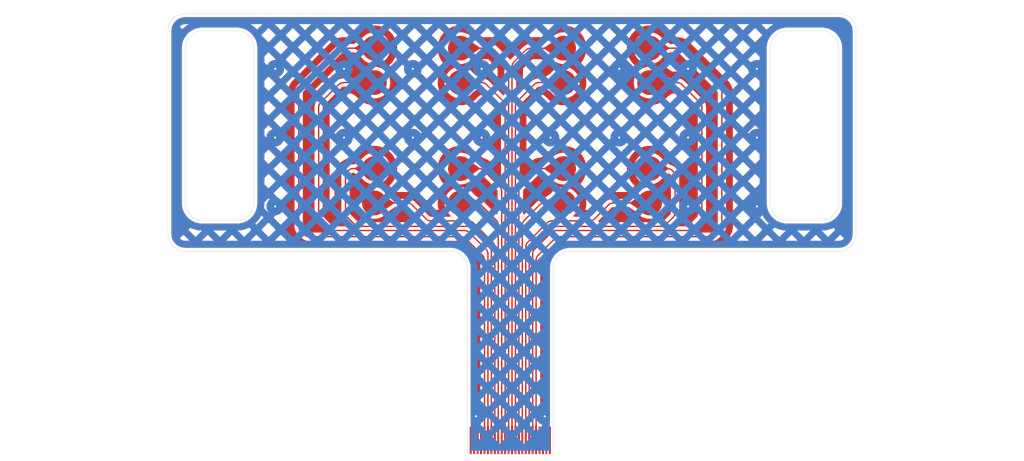
<source format=kicad_pcb>
(kicad_pcb (version 20240108) (generator "pcbnew") (generator_version "8.0")
  (layers (0 "F.Cu" signal) (31 "B.Cu" signal) (34 "B.Paste" user) (35 "F.Paste" user) (36 "B.SilkS" user "B.Silkscreen") (37 "F.SilkS" user "F.Silkscreen") (38 "B.Mask" user) (39 "F.Mask" user) (44 "Edge.Cuts" user))
  (net 0 "")
  (net 1 "/ELEC10")
  (net 2 "/ELEC1")
  (net 3 "/ELEC2")
  (net 4 "/ELEC12")
  (net 5 "/ELEC11")
  (net 6 "GND")
  (net 7 "/ELEC9")
  (net 8 "/ELEC3")
  (net 9 "/ELEC4")
  (net 10 "/ELEC5")
  (net 11 "/ELEC6")
  (net 12 "/ELEC14")
  (net 13 "/ELEC13")
  (net 14 "/ELEC8")
  (net 15 "/ELEC7")
  (net 16 "/ELEC15")
  (net 17 "/ELEC16")
  (footprint "Harwin_SMD_Contact:S70-332002045R" (layer "F.Cu") (at 127.5 87.5)
    (property "Reference" "TP10" (hide yes))
    (property "Value" "TestPoint")
    (pad "1" smd circle (at 0 0) (size 3.6 3.6) (layers "F.Cu" "F.Paste" "F.Mask") (net 1 "/ELEC10"))
  )
  (footprint "Harwin_SMD_Contact:S70-332002045R" (layer "F.Cu") (at 140 70 -90)
    (property "Reference" "TP4" (hide yes))
    (property "Value" "TestPoint")
    (pad "1" smd circle (at 0 0 270) (size 3.6 3.6) (layers "F.Cu" "F.Paste" "F.Mask") (net 9 "/ELEC4"))
  )
  (footprint "Harwin_SMD_Contact:S70-332002045R" (layer "F.Cu") (at 155 70 -90)
    (property "Reference" "TP6" (hide yes))
    (property "Value" "TestPoint")
    (pad "1" smd circle (at 0 0 270) (size 3.6 3.6) (layers "F.Cu" "F.Paste" "F.Mask") (net 11 "/ELEC6"))
  )
  (footprint "Harwin_SMD_Contact:S70-332002045R" (layer "F.Cu") (at 140 65 -90)
    (property "Reference" "TP3" (hide yes))
    (property "Value" "TestPoint")
    (pad "1" smd circle (at 0 0 270) (size 3.6 3.6) (layers "F.Cu" "F.Paste" "F.Mask") (net 8 "/ELEC3"))
  )
  (footprint "Harwin_SMD_Contact:S70-332002045R" (layer "F.Cu") (at 167.5 70)
    (property "Reference" "TP8" (hide yes))
    (property "Value" "TestPoint")
    (pad "1" smd circle (at 0 0) (size 3.6 3.6) (layers "F.Cu" "F.Paste" "F.Mask") (net 14 "/ELEC8"))
  )
  (footprint "Harwin_SMD_Contact:S70-332002045R" (layer "F.Cu") (at 140 82.5)
    (property "Reference" "TP11" (hide yes))
    (property "Value" "TestPoint")
    (pad "1" smd circle (at 0 0) (size 3.6 3.6) (layers "F.Cu" "F.Paste" "F.Mask") (net 5 "/ELEC11"))
  )
  (footprint "Harwin_SMD_Contact:S70-332002045R" (layer "F.Cu") (at 155 82.5)
    (property "Reference" "TP13" (hide yes))
    (property "Value" "TestPoint")
    (pad "1" smd circle (at 0 0) (size 3.6 3.6) (layers "F.Cu" "F.Paste" "F.Mask") (net 13 "/ELEC13"))
  )
  (footprint "Harwin_SMD_Contact:S70-332002045R" (layer "F.Cu") (at 127.5 82.5)
    (property "Reference" "TP9" (hide yes))
    (property "Value" "TestPoint")
    (pad "1" smd circle (at 0 0) (size 3.6 3.6) (layers "F.Cu" "F.Paste" "F.Mask") (net 7 "/ELEC9"))
  )
  (footprint "Harwin_SMD_Contact:S70-332002045R" (layer "F.Cu") (at 155 87.5)
    (property "Reference" "TP14" (hide yes))
    (property "Value" "TestPoint")
    (pad "1" smd circle (at 0 0) (size 3.6 3.6) (layers "F.Cu" "F.Paste" "F.Mask") (net 12 "/ELEC14"))
  )
  (footprint "Harwin_SMD_Contact:S70-332002045R" (layer "F.Cu") (at 155 65 -90)
    (property "Reference" "TP5" (hide yes))
    (property "Value" "TestPoint")
    (pad "1" smd circle (at 0 0 270) (size 3.6 3.6) (layers "F.Cu" "F.Paste" "F.Mask") (net 10 "/ELEC5"))
  )
  (footprint "Harwin_SMD_Contact:S70-332002045R" (layer "F.Cu") (at 167.5 65)
    (property "Reference" "TP7" (hide yes))
    (property "Value" "TestPoint")
    (pad "1" smd circle (at 0 0) (size 3.6 3.6) (layers "F.Cu" "F.Paste" "F.Mask") (net 15 "/ELEC7"))
  )
  (footprint "Harwin_SMD_Contact:S70-332002045R" (layer "F.Cu") (at 127.5 65 -90)
    (property "Reference" "TP1" (hide yes))
    (property "Value" "TestPoint")
    (pad "1" smd circle (at 0 0 270) (size 3.6 3.6) (layers "F.Cu" "F.Paste" "F.Mask") (net 2 "/ELEC1"))
  )
  (footprint "Harwin_SMD_Contact:S70-332002045R" (layer "F.Cu") (at 167.5 82.5)
    (property "Reference" "TP15" (hide yes))
    (property "Value" "TestPoint")
    (pad "1" smd circle (at 0 0) (size 3.6 3.6) (layers "F.Cu" "F.Paste" "F.Mask") (net 16 "/ELEC15"))
  )
  (footprint "Harwin_SMD_Contact:S70-332002045R" (layer "F.Cu") (at 127.5 70 -90)
    (property "Reference" "TP2" (hide yes))
    (property "Value" "TestPoint")
    (pad "1" smd circle (at 0 0 270) (size 3.6 3.6) (layers "F.Cu" "F.Paste" "F.Mask") (net 3 "/ELEC2"))
  )
  (footprint "hlord2000-Connector_FFC-FPC:FPC-1x24_P0.5mm_W8.5mm_H1.0mm" (layer "F.Cu") (at 147.25 122 180)
    (property "Reference" "J1" (hide yes))
    (property "Value" "Conn_01x24")
    (fp_line (start 6.25 -1.7) (end 6.25 2) (stroke (width 0.05)) (layer "Edge.Cuts"))
    (fp_line (start -5.95 -2) (end 5.95 -2) (stroke (width 0.05)) (layer "Edge.Cuts"))
    (fp_line (start -6.25 -1.7) (end -6.25 2) (stroke (width 0.05)) (layer "Edge.Cuts"))
    (fp_arc (start 5.95 -2) (mid 6.162132 -1.912132) (end 6.25 -1.7) (stroke (width 0.05)) (layer "Edge.Cuts"))
    (fp_arc (start -6.25 -1.7) (mid -6.162132 -1.912132) (end -5.95 -2) (stroke (width 0.05)) (layer "Edge.Cuts"))
    (pad "1" smd rect (at -5.75 0 180) (size 0.3 4) (layers "F.Cu" "F.Paste" "F.Mask") (net 6 "GND"))
    (pad "2" smd rect (at -5.25 0 180) (size 0.3 4) (layers "F.Cu" "F.Paste" "F.Mask") (net 6 "GND"))
    (pad "3" smd rect (at -4.75 0 180) (size 0.3 4) (layers "F.Cu" "F.Paste" "F.Mask") (net 6 "GND"))
    (pad "4" smd rect (at -4.25 0 180) (size 0.3 4) (layers "F.Cu" "F.Paste" "F.Mask") (net 6 "GND"))
    (pad "5" smd rect (at -3.75 0 180) (size 0.3 4) (layers "F.Cu" "F.Paste" "F.Mask") (net 15 "/ELEC7"))
    (pad "6" smd rect (at -3.25 0 180) (size 0.3 4) (layers "F.Cu" "F.Paste" "F.Mask") (net 14 "/ELEC8"))
    (pad "7" smd rect (at -2.75 0 180) (size 0.3 4) (layers "F.Cu" "F.Paste" "F.Mask") (net 16 "/ELEC15"))
    (pad "8" smd rect (at -2.25 0 180) (size 0.3 4) (layers "F.Cu" "F.Paste" "F.Mask") (net 17 "/ELEC16"))
    (pad "9" smd rect (at -1.75 0 180) (size 0.3 4) (layers "F.Cu" "F.Paste" "F.Mask") (net 12 "/ELEC14"))
    (pad "10" smd rect (at -1.25 0 180) (size 0.3 4) (layers "F.Cu" "F.Paste" "F.Mask") (net 13 "/ELEC13"))
    (pad "11" smd rect (at -0.75 0 180) (size 0.3 4) (layers "F.Cu" "F.Paste" "F.Mask") (net 11 "/ELEC6"))
    (pad "12" smd rect (at -0.25 0 180) (size 0.3 4) (layers "F.Cu" "F.Paste" "F.Mask") (net 10 "/ELEC5"))
    (pad "13" smd rect (at 0.25 0 180) (size 0.3 4) (layers "F.Cu" "F.Paste" "F.Mask") (net 8 "/ELEC3"))
    (pad "14" smd rect (at 0.75 0 180) (size 0.3 4) (layers "F.Cu" "F.Paste" "F.Mask") (net 9 "/ELEC4"))
    (pad "15" smd rect (at 1.25 0 180) (size 0.3 4) (layers "F.Cu" "F.Paste" "F.Mask") (net 5 "/ELEC11"))
    (pad "16" smd rect (at 1.75 0 180) (size 0.3 4) (layers "F.Cu" "F.Paste" "F.Mask") (net 4 "/ELEC12"))
    (pad "17" smd rect (at 2.25 0 180) (size 0.3 4) (layers "F.Cu" "F.Paste" "F.Mask") (net 1 "/ELEC10"))
    (pad "18" smd rect (at 2.75 0 180) (size 0.3 4) (layers "F.Cu" "F.Paste" "F.Mask") (net 7 "/ELEC9"))
    (pad "19" smd rect (at 3.25 0 180) (size 0.3 4) (layers "F.Cu" "F.Paste" "F.Mask") (net 3 "/ELEC2"))
    (pad "20" smd rect (at 3.75 0 180) (size 0.3 4) (layers "F.Cu" "F.Paste" "F.Mask") (net 2 "/ELEC1"))
    (pad "21" smd rect (at 4.25 0 180) (size 0.3 4) (layers "F.Cu" "F.Paste" "F.Mask") (net 6 "GND"))
    (pad "22" smd rect (at 4.75 0 180) (size 0.3 4) (layers "F.Cu" "F.Paste" "F.Mask") (net 6 "GND"))
    (pad "23" smd rect (at 5.25 0 180) (size 0.3 4) (layers "F.Cu" "F.Paste" "F.Mask") (net 6 "GND"))
    (pad "24" smd rect (at 5.75 0 180) (size 0.3 4) (layers "F.Cu" "F.Paste" "F.Mask") (net 6 "GND"))
  )
  (footprint "Harwin_SMD_Contact:S70-332002045R" (layer "F.Cu") (at 167.5 87.5)
    (property "Reference" "TP16" (hide yes))
    (property "Value" "TestPoint")
    (pad "1" smd circle (at 0 0) (size 3.6 3.6) (layers "F.Cu" "F.Paste" "F.Mask") (net 17 "/ELEC16"))
  )
  (footprint "Harwin_SMD_Contact:S70-332002045R" (layer "F.Cu") (at 140 87.5)
    (property "Reference" "TP12" (hide yes))
    (property "Value" "TestPoint")
    (pad "1" smd circle (at 0 0) (size 3.6 3.6) (layers "F.Cu" "F.Paste" "F.Mask") (net 4 "/ELEC12"))
  )
  (gr_line (start 138.5 94.5) (end 100 94.5) (stroke (width 0.05)) (layer "Edge.Cuts"))
  (gr_line (start 197.5 62.5) (end 197.5 92) (stroke (width 0.05)) (layer "Edge.Cuts"))
  (gr_line (start 156 94.5) (end 195 94.5) (stroke (width 0.05)) (layer "Edge.Cuts"))
  (gr_line (start 100 60) (end 195 60) (stroke (width 0.05)) (layer "Edge.Cuts"))
  (gr_line (start 97.5 92) (end 97.5 62.5) (stroke (width 0.05)) (layer "Edge.Cuts"))
  (gr_arc (start 107.5 62.5) (mid 109.267767 63.232233) (end 110 65) (stroke (width 0.05)) (layer "Edge.Cuts"))
  (gr_line (start 153.5 120) (end 153.5 97) (stroke (width 0.05)) (layer "Edge.Cuts"))
  (gr_line (start 187.5 62.5) (end 192.5 62.5) (stroke (width 0.05)) (layer "Edge.Cuts"))
  (gr_line (start 141 120) (end 141 97) (stroke (width 0.05)) (layer "Edge.Cuts"))
  (gr_line (start 100 87.5) (end 100 65) (stroke (width 0.05)) (layer "Edge.Cuts"))
  (gr_line (start 195 65) (end 195 87.5) (stroke (width 0.05)) (layer "Edge.Cuts"))
  (gr_arc (start 185 65) (mid 185.732233 63.232233) (end 187.5 62.5) (stroke (width 0.05)) (layer "Edge.Cuts"))
  (gr_line (start 185 87.5) (end 185 65) (stroke (width 0.05)) (layer "Edge.Cuts"))
  (gr_line (start 192.5 90) (end 187.5 90) (stroke (width 0.05)) (layer "Edge.Cuts"))
  (gr_arc (start 192.5 62.5) (mid 194.267767 63.232233) (end 195 65) (stroke (width 0.05)) (layer "Edge.Cuts"))
  (gr_arc (start 102.5 90) (mid 100.732233 89.267767) (end 100 87.5) (stroke (width 0.05)) (layer "Edge.Cuts"))
  (gr_arc (start 97.5 62.5) (mid 98.232233 60.732233) (end 100 60) (stroke (width 0.05)) (layer "Edge.Cuts"))
  (gr_arc (start 110 87.5) (mid 109.267767 89.267767) (end 107.5 90) (stroke (width 0.05)) (layer "Edge.Cuts"))
  (gr_line (start 107.5 90) (end 102.5 90) (stroke (width 0.05)) (layer "Edge.Cuts"))
  (gr_arc (start 100 65) (mid 100.732233 63.232233) (end 102.5 62.5) (stroke (width 0.05)) (layer "Edge.Cuts"))
  (gr_arc (start 138.5 94.5) (mid 140.267767 95.232233) (end 141 97) (stroke (width 0.05)) (layer "Edge.Cuts"))
  (gr_line (start 110 65) (end 110 87.5) (stroke (width 0.05)) (layer "Edge.Cuts"))
  (gr_arc (start 195 60) (mid 196.767767 60.732233) (end 197.5 62.5) (stroke (width 0.05)) (layer "Edge.Cuts"))
  (gr_arc (start 195 87.5) (mid 194.267767 89.267767) (end 192.5 90) (stroke (width 0.05)) (layer "Edge.Cuts"))
  (gr_arc (start 187.5 90) (mid 185.732233 89.267767) (end 185 87.5) (stroke (width 0.05)) (layer "Edge.Cuts"))
  (gr_arc (start 197.5 92) (mid 196.767767 93.767767) (end 195 94.5) (stroke (width 0.05)) (layer "Edge.Cuts"))
  (gr_arc (start 100 94.5) (mid 98.232233 93.767767) (end 97.5 92) (stroke (width 0.05)) (layer "Edge.Cuts"))
  (gr_line (start 102.5 62.5) (end 107.5 62.5) (stroke (width 0.05)) (layer "Edge.Cuts"))
  (gr_arc (start 153.5 97) (mid 154.232233 95.232233) (end 156 94.5) (stroke (width 0.05)) (layer "Edge.Cuts"))
  (segment (start 145 122) (end 145 93.914214) (width 0.2) (layer "F.Cu") (net 1))
  (segment (start 144.707107 93.207107) (end 141.892893 90.392893) (width 0.2) (layer "F.Cu") (net 1))
  (segment (start 135.007107 89.807107) (end 132.992893 87.792893) (width 0.2) (layer "F.Cu") (net 1))
  (segment (start 132.285786 87.5) (end 127 87.5) (width 0.2) (layer "F.Cu") (net 1))
  (segment (start 141.185786 90.1) (end 135.714214 90.1) (width 0.2) (layer "F.Cu") (net 1))
  (arc (start 141.892893 90.392893) (mid 141.56847 90.17612) (end 141.185786 90.1) (width 0.2) (layer "F.Cu") (net 1))
  (arc (start 145 93.914214) (mid 144.92388 93.531531) (end 144.707107 93.207107) (width 0.2) (layer "F.Cu") (net 1))
  (arc (start 135.007107 89.807107) (mid 135.33153 90.02388) (end 135.714214 90.1) (width 0.2) (layer "F.Cu") (net 1))
  (arc (start 132.992893 87.792893) (mid 132.66847 87.57612) (end 132.285786 87.5) (width 0.2) (layer "F.Cu") (net 1))
  (segment (start 123.014214 65) (end 127 65) (width 0.2) (layer "F.Cu") (net 2))
  (segment (start 116.5 90.885786) (end 116.5 71.514214) (width 0.2) (layer "F.Cu") (net 2))
  (segment (start 143.5 122) (end 143.5 95.814214) (width 0.2) (layer "F.Cu") (net 2))
  (segment (start 140.085786 92.4) (end 118.014214 92.4) (width 0.2) (layer "F.Cu") (net 2))
  (segment (start 116.792893 70.807107) (end 122.307107 65.292893) (width 0.2) (layer "F.Cu") (net 2))
  (segment (start 117.307107 92.107107) (end 116.792893 91.592893) (width 0.2) (layer "F.Cu") (net 2))
  (segment (start 143.207107 95.107107) (end 140.792893 92.692893) (width 0.2) (layer "F.Cu") (net 2))
  (arc (start 123.014214 65) (mid 122.631531 65.07612) (end 122.307107 65.292893) (width 0.2) (layer "F.Cu") (net 2))
  (arc (start 118.014214 92.4) (mid 117.631531 92.32388) (end 117.307107 92.107107) (width 0.2) (layer "F.Cu") (net 2))
  (arc (start 116.792893 91.592893) (mid 116.57612 91.26847) (end 116.5 90.885786) (width 0.2) (layer "F.Cu") (net 2))
  (arc (start 116.5 71.514214) (mid 116.57612 71.131531) (end 116.792893 70.807107) (width 0.2) (layer "F.Cu") (net 2))
  (arc (start 140.085786 92.4) (mid 140.468469 92.47612) (end 140.792893 92.692893) (width 0.2) (layer "F.Cu") (net 2))
  (arc (start 143.5 95.814214) (mid 143.42388 95.431531) (end 143.207107 95.107107) (width 0.2) (layer "F.Cu") (net 2))
  (segment (start 140.585786 91.5) (end 121.614214 91.5) (width 0.2) (layer "F.Cu") (net 3))
  (segment (start 119.692893 72.907107) (end 122.307107 70.292893) (width 0.2) (layer "F.Cu") (net 3))
  (segment (start 144 122) (end 144 94.914214) (width 0.2) (layer "F.Cu") (net 3))
  (segment (start 143.707107 94.207107) (end 141.292893 91.792893) (width 0.2) (layer "F.Cu") (net 3))
  (segment (start 123.014214 70) (end 127 70) (width 0.2) (layer "F.Cu") (net 3))
  (segment (start 119.4 89.285786) (end 119.4 73.614214) (width 0.2) (layer "F.Cu") (net 3))
  (segment (start 120.907107 91.207107) (end 119.692893 89.992893) (width 0.2) (layer "F.Cu") (net 3))
  (arc (start 141.292893 91.792893) (mid 140.96847 91.57612) (end 140.585786 91.5) (width 0.2) (layer "F.Cu") (net 3))
  (arc (start 119.4 73.614214) (mid 119.47612 73.231531) (end 119.692893 72.907107) (width 0.2) (layer "F.Cu") (net 3))
  (arc (start 120.907107 91.207107) (mid 121.23153 91.42388) (end 121.614214 91.5) (width 0.2) (layer "F.Cu") (net 3))
  (arc (start 119.692893 89.992893) (mid 119.47612 89.66847) (end 119.4 89.285786) (width 0.2) (layer "F.Cu") (net 3))
  (arc (start 122.307107 70.292893) (mid 122.63153 70.07612) (end 123.014214 70) (width 0.2) (layer "F.Cu") (net 3))
  (arc (start 143.707107 94.207107) (mid 143.92388 94.53153) (end 144 94.914214) (width 0.2) (layer "F.Cu") (net 3))
  (segment (start 142.285786 87.5) (end 139.5 87.5) (width 0.2) (layer "F.Cu") (net 4))
  (segment (start 145.207107 90.007107) (end 142.992893 87.792893) (width 0.2) (layer "F.Cu") (net 4))
  (segment (start 145.5 122) (end 145.5 90.714214) (width 0.2) (layer "F.Cu") (net 4))
  (arc (start 145.207107 90.007107) (mid 145.42388 90.33153) (end 145.5 90.714214) (width 0.2) (layer "F.Cu") (net 4))
  (arc (start 142.992893 87.792893) (mid 142.66847 87.57612) (end 142.285786 87.5) (width 0.2) (layer "F.Cu") (net 4))
  (segment (start 145.707107 85.107107) (end 143.392893 82.792893) (width 0.2) (layer "F.Cu") (net 5))
  (segment (start 146 122) (end 146 85.814214) (width 0.2) (layer "F.Cu") (net 5))
  (segment (start 142.685786 82.5) (end 139.5 82.5) (width 0.2) (layer "F.Cu") (net 5))
  (arc (start 145.707107 85.107107) (mid 145.92388 85.43153) (end 146 85.814214) (width 0.2) (layer "F.Cu") (net 5))
  (arc (start 143.392893 82.792893) (mid 143.06847 82.57612) (end 142.685786 82.5) (width 0.2) (layer "F.Cu") (net 5))
  (segment (start 143 122) (end 141.6 122) (width 0.2) (layer "F.Cu") (net 6))
  (segment (start 151.5 122) (end 152.9 122) (width 0.2) (layer "F.Cu") (net 6))
  (via (at 183.089286 88) (size 0.6) (drill 0.3) (layers "F.Cu" "B.Cu") (net 6))
  (via (at 142.25 118.5) (size 0.6) (drill 0.3) (layers "F.Cu" "B.Cu") (net 6))
  (via (at 143.089286 78) (size 0.6) (drill 0.3) (layers "F.Cu" "B.Cu") (net 6))
  (via (at 153.089286 78) (size 0.6) (drill 0.3) (layers "F.Cu" "B.Cu") (net 6))
  (via (at 173.089286 78) (size 0.6) (drill 0.3) (layers "F.Cu" "B.Cu") (net 6))
  (via (at 163.089286 68) (size 0.6) (drill 0.3) (layers "F.Cu" "B.Cu") (net 6))
  (via (at 133.089286 78) (size 0.6) (drill 0.3) (layers "F.Cu" "B.Cu") (net 6))
  (via (at 163.089286 78) (size 0.6) (drill 0.3) (layers "F.Cu" "B.Cu") (net 6))
  (via (at 113.089286 68) (size 0.6) (drill 0.3) (layers "F.Cu" "B.Cu") (net 6))
  (via (at 183.089286 78) (size 0.6) (drill 0.3) (layers "F.Cu" "B.Cu") (net 6))
  (via (at 123.089286 78) (size 0.6) (drill 0.3) (layers "F.Cu" "B.Cu") (net 6))
  (via (at 183.089286 68) (size 0.6) (drill 0.3) (layers "F.Cu" "B.Cu") (net 6))
  (via (at 152.25 118.5) (size 0.6) (drill 0.3) (layers "F.Cu" "B.Cu") (net 6))
  (via (at 113.089286 88) (size 0.6) (drill 0.3) (layers "F.Cu" "B.Cu") (net 6))
  (via (at 173.089286 88) (size 0.6) (drill 0.3) (layers "F.Cu" "B.Cu") (net 6))
  (via (at 143.089286 68) (size 0.6) (drill 0.3) (layers "F.Cu" "B.Cu") (net 6))
  (via (at 113.089286 78) (size 0.6) (drill 0.3) (layers "F.Cu" "B.Cu") (net 6))
  (via (at 133.089286 68) (size 0.6) (drill 0.3) (layers "F.Cu" "B.Cu") (net 6))
  (via (at 173.089286 68) (size 0.6) (drill 0.3) (layers "F.Cu" "B.Cu") (net 6))
  (via (at 123.089286 68) (size 0.6) (drill 0.3) (layers "F.Cu" "B.Cu") (net 6))
  (segment (start 124.607107 90.607107) (end 123.592893 89.592893) (width 0.2) (layer "F.Cu") (net 7))
  (segment (start 124.414214 82.5) (end 127 82.5) (width 0.2) (layer "F.Cu") (net 7))
  (segment (start 123.3 88.885786) (end 123.3 83.614214) (width 0.2) (layer "F.Cu") (net 7))
  (segment (start 140.985786 90.9) (end 125.314214 90.9) (width 0.2) (layer "F.Cu") (net 7))
  (segment (start 123.592893 82.907107) (end 123.707107 82.792893) (width 0.2) (layer "F.Cu") (net 7))
  (segment (start 144.207107 93.707107) (end 141.692893 91.192893) (width 0.2) (layer "F.Cu") (net 7))
  (segment (start 144.5 122) (end 144.5 94.414214) (width 0.2) (layer "F.Cu") (net 7))
  (arc (start 123.592893 89.592893) (mid 123.37612 89.26847) (end 123.3 88.885786) (width 0.2) (layer "F.Cu") (net 7))
  (arc (start 124.414214 82.5) (mid 124.031531 82.57612) (end 123.707107 82.792893) (width 0.2) (layer "F.Cu") (net 7))
  (arc (start 141.692893 91.192893) (mid 141.36847 90.97612) (end 140.985786 90.9) (width 0.2) (layer "F.Cu") (net 7))
  (arc (start 123.592893 82.907107) (mid 123.37612 83.23153) (end 123.3 83.614214) (width 0.2) (layer "F.Cu") (net 7))
  (arc (start 125.314214 90.9) (mid 124.931531 90.82388) (end 124.607107 90.607107) (width 0.2) (layer "F.Cu") (net 7))
  (arc (start 144.207107 93.707107) (mid 144.42388 94.03153) (end 144.5 94.414214) (width 0.2) (layer "F.Cu") (net 7))
  (segment (start 144.285786 65) (end 139.5 65) (width 0.2) (layer "F.Cu") (net 8))
  (segment (start 146.707107 67.007107) (end 144.992893 65.292893) (width 0.2) (layer "F.Cu") (net 8))
  (segment (start 147 122) (end 147 67.714214) (width 0.2) (layer "F.Cu") (net 8))
  (arc (start 147 67.714214) (mid 146.92388 67.331531) (end 146.707107 67.007107) (width 0.2) (layer "F.Cu") (net 8))
  (arc (start 144.285786 65) (mid 144.668469 65.07612) (end 144.992893 65.292893) (width 0.2) (layer "F.Cu") (net 8))
  (segment (start 146.207107 72.707107) (end 143.792893 70.292893) (width 0.2) (layer "F.Cu") (net 9))
  (segment (start 146.5 122) (end 146.5 73.414214) (width 0.2) (layer "F.Cu") (net 9))
  (segment (start 143.085786 70) (end 139.5 70) (width 0.2) (layer "F.Cu") (net 9))
  (arc (start 143.792893 70.292893) (mid 143.46847 70.07612) (end 143.085786 70) (width 0.2) (layer "F.Cu") (net 9))
  (arc (start 146.207107 72.707107) (mid 146.42388 73.03153) (end 146.5 73.414214) (width 0.2) (layer "F.Cu") (net 9))
  (segment (start 147.5 122) (end 147.5 67.714214) (width 0.2) (layer "F.Cu") (net 10))
  (segment (start 147.792893 67.007107) (end 149.507107 65.292893) (width 0.2) (layer "F.Cu") (net 10))
  (segment (start 150.214214 65) (end 155 65) (width 0.2) (layer "F.Cu") (net 10))
  (arc (start 149.507107 65.292893) (mid 149.83153 65.07612) (end 150.214214 65) (width 0.2) (layer "F.Cu") (net 10))
  (arc (start 147.792893 67.007107) (mid 147.57612 67.33153) (end 147.5 67.714214) (width 0.2) (layer "F.Cu") (net 10))
  (segment (start 151.414214 70) (end 155 70) (width 0.2) (layer "F.Cu") (net 11))
  (segment (start 148 122) (end 148 73.414214) (width 0.2) (layer "F.Cu") (net 11))
  (segment (start 148.292893 72.707107) (end 150.707107 70.292893) (width 0.2) (layer "F.Cu") (net 11))
  (arc (start 148 73.414214) (mid 148.07612 73.031531) (end 148.292893 72.707107) (width 0.2) (layer "F.Cu") (net 11))
  (arc (start 150.707107 70.292893) (mid 151.03153 70.07612) (end 151.414214 70) (width 0.2) (layer "F.Cu") (net 11))
  (segment (start 149.292893 90.007107) (end 151.507107 87.792893) (width 0.2) (layer "F.Cu") (net 12))
  (segment (start 149 122) (end 149 90.714214) (width 0.2) (layer "F.Cu") (net 12))
  (segment (start 152.214214 87.5) (end 155 87.5) (width 0.2) (layer "F.Cu") (net 12))
  (arc (start 149 90.714214) (mid 149.07612 90.331531) (end 149.292893 90.007107) (width 0.2) (layer "F.Cu") (net 12))
  (arc (start 152.214214 87.5) (mid 151.831531 87.57612) (end 151.507107 87.792893) (width 0.2) (layer "F.Cu") (net 12))
  (segment (start 148.792893 85.107107) (end 151.107107 82.792893) (width 0.2) (layer "F.Cu") (net 13))
  (segment (start 148.5 122) (end 148.5 85.814214) (width 0.2) (layer "F.Cu") (net 13))
  (segment (start 151.814214 82.5) (end 155 82.5) (width 0.2) (layer "F.Cu") (net 13))
  (arc (start 151.107107 82.792893) (mid 151.43153 82.57612) (end 151.814214 82.5) (width 0.2) (layer "F.Cu") (net 13))
  (arc (start 148.5 85.814214) (mid 148.57612 85.431531) (end 148.792893 85.107107) (width 0.2) (layer "F.Cu") (net 13))
  (segment (start 150.5 122) (end 150.5 94.914214) (width 0.2) (layer "F.Cu") (net 14))
  (segment (start 173.592893 91.207107) (end 174.807107 89.992893) (width 0.2) (layer "F.Cu") (net 14))
  (segment (start 175.1 89.285786) (end 175.1 73.614214) (width 0.2) (layer "F.Cu") (net 14))
  (segment (start 174.807107 72.907107) (end 172.192893 70.292893) (width 0.2) (layer "F.Cu") (net 14))
  (segment (start 171.485786 70) (end 167.5 70) (width 0.2) (layer "F.Cu") (net 14))
  (segment (start 150.792893 94.207107) (end 153.207107 91.792893) (width 0.2) (layer "F.Cu") (net 14))
  (segment (start 153.914214 91.5) (end 172.885786 91.5) (width 0.2) (layer "F.Cu") (net 14))
  (arc (start 174.807107 72.907107) (mid 175.02388 73.23153) (end 175.1 73.614214) (width 0.2) (layer "F.Cu") (net 14))
  (arc (start 175.1 89.285786) (mid 175.02388 89.668469) (end 174.807107 89.992893) (width 0.2) (layer "F.Cu") (net 14))
  (arc (start 150.792893 94.207107) (mid 150.57612 94.53153) (end 150.5 94.914214) (width 0.2) (layer "F.Cu") (net 14))
  (arc (start 171.485786 70) (mid 171.868469 70.07612) (end 172.192893 70.292893) (width 0.2) (layer "F.Cu") (net 14))
  (arc (start 172.885786 91.5) (mid 173.268469 91.42388) (end 173.592893 91.207107) (width 0.2) (layer "F.Cu") (net 14))
  (arc (start 153.207107 91.792893) (mid 153.53153 91.57612) (end 153.914214 91.5) (width 0.2) (layer "F.Cu") (net 14))
  (segment (start 151.292893 95.107107) (end 153.707107 92.692893) (width 0.2) (layer "F.Cu") (net 15))
  (segment (start 177.192893 92.107107) (end 177.707107 91.592893) (width 0.2) (layer "F.Cu") (net 15))
  (segment (start 177.707107 70.807107) (end 172.192893 65.292893) (width 0.2) (layer "F.Cu") (net 15))
  (segment (start 151 122) (end 151 95.814214) (width 0.2) (layer "F.Cu") (net 15))
  (segment (start 154.414214 92.4) (end 176.485786 92.4) (width 0.2) (layer "F.Cu") (net 15))
  (segment (start 171.485786 65) (end 167.5 65) (width 0.2) (layer "F.Cu") (net 15))
  (segment (start 178 90.885786) (end 178 71.514214) (width 0.2) (layer "F.Cu") (net 15))
  (arc (start 154.414214 92.4) (mid 154.031531 92.47612) (end 153.707107 92.692893) (width 0.2) (layer "F.Cu") (net 15))
  (arc (start 177.707107 70.807107) (mid 177.92388 71.13153) (end 178 71.514214) (width 0.2) (layer "F.Cu") (net 15))
  (arc (start 177.707107 91.592893) (mid 177.92388 91.26847) (end 178 90.885786) (width 0.2) (layer "F.Cu") (net 15))
  (arc (start 172.192893 65.292893) (mid 171.86847 65.07612) (end 171.485786 65) (width 0.2) (layer "F.Cu") (net 15))
  (arc (start 176.485786 92.4) (mid 176.868469 92.32388) (end 177.192893 92.107107) (width 0.2) (layer "F.Cu") (net 15))
  (arc (start 151 95.814214) (mid 151.07612 95.431531) (end 151.292893 95.107107) (width 0.2) (layer "F.Cu") (net 15))
  (segment (start 150.292893 93.707107) (end 152.807107 91.192893) (width 0.2) (layer "F.Cu") (net 16))
  (segment (start 169.892893 90.607107) (end 170.907107 89.592893) (width 0.2) (layer "F.Cu") (net 16))
  (segment (start 170.907107 82.907107) (end 170.792893 82.792893) (width 0.2) (layer "F.Cu") (net 16))
  (segment (start 150 122) (end 150 94.414214) (width 0.2) (layer "F.Cu") (net 16))
  (segment (start 153.514214 90.9) (end 169.185786 90.9) (width 0.2) (layer "F.Cu") (net 16))
  (segment (start 171.2 88.885786) (end 171.2 83.614214) (width 0.2) (layer "F.Cu") (net 16))
  (segment (start 170.085786 82.5) (end 167.5 82.5) (width 0.2) (layer "F.Cu") (net 16))
  (arc (start 171.2 88.885786) (mid 171.12388 89.268469) (end 170.907107 89.592893) (width 0.2) (layer "F.Cu") (net 16))
  (arc (start 170.792893 82.792893) (mid 170.46847 82.57612) (end 170.085786 82.5) (width 0.2) (layer "F.Cu") (net 16))
  (arc (start 152.807107 91.192893) (mid 153.13153 90.97612) (end 153.514214 90.9) (width 0.2) (layer "F.Cu") (net 16))
  (arc (start 169.185786 90.9) (mid 169.568469 90.82388) (end 169.892893 90.607107) (width 0.2) (layer "F.Cu") (net 16))
  (arc (start 170.907107 82.907107) (mid 171.12388 83.23153) (end 171.2 83.614214) (width 0.2) (layer "F.Cu") (net 16))
  (arc (start 150.292893 93.707107) (mid 150.07612 94.03153) (end 150 94.414214) (width 0.2) (layer "F.Cu") (net 16))
  (segment (start 149.792893 93.207107) (end 152.607107 90.392893) (width 0.2) (layer "F.Cu") (net 17))
  (segment (start 162.214214 87.5) (end 167.5 87.5) (width 0.2) (layer "F.Cu") (net 17))
  (segment (start 159.492893 89.807107) (end 161.507107 87.792893) (width 0.2) (layer "F.Cu") (net 17))
  (segment (start 149.5 122) (end 149.5 93.914214) (width 0.2) (layer "F.Cu") (net 17))
  (segment (start 153.314214 90.1) (end 158.785786 90.1) (width 0.2) (layer "F.Cu") (net 17))
  (arc (start 153.314214 90.1) (mid 152.931531 90.17612) (end 152.607107 90.392893) (width 0.2) (layer "F.Cu") (net 17))
  (arc (start 158.785786 90.1) (mid 159.168469 90.02388) (end 159.492893 89.807107) (width 0.2) (layer "F.Cu") (net 17))
  (arc (start 149.5 93.914214) (mid 149.57612 93.531531) (end 149.792893 93.207107) (width 0.2) (layer "F.Cu") (net 17))
  (arc (start 161.507107 87.792893) (mid 161.83153 87.57612) (end 162.214214 87.5) (width 0.2) (layer "F.Cu") (net 17))
  (zone (net 6) (net_name "GND") (layers "F&B.Cu") (connect_pads (clearance 0.5)) (min_thickness 0.25) (fill yes (mode hatch) (thermal_gap 0.5) (thermal_bridge_width 0.5) (hatch_thickness 1) (hatch_gap 1.5) (hatch_orientation 45) (hatch_smoothing_level 3) (hatch_smoothing_value 0.1) (hatch_border_algorithm hatch_thickness) (hatch_min_hole_area 0.3))
    (polygon (pts (xy 96 58) (xy 199 58) (xy 199 125) (xy 96 125)))
  )
)
</source>
